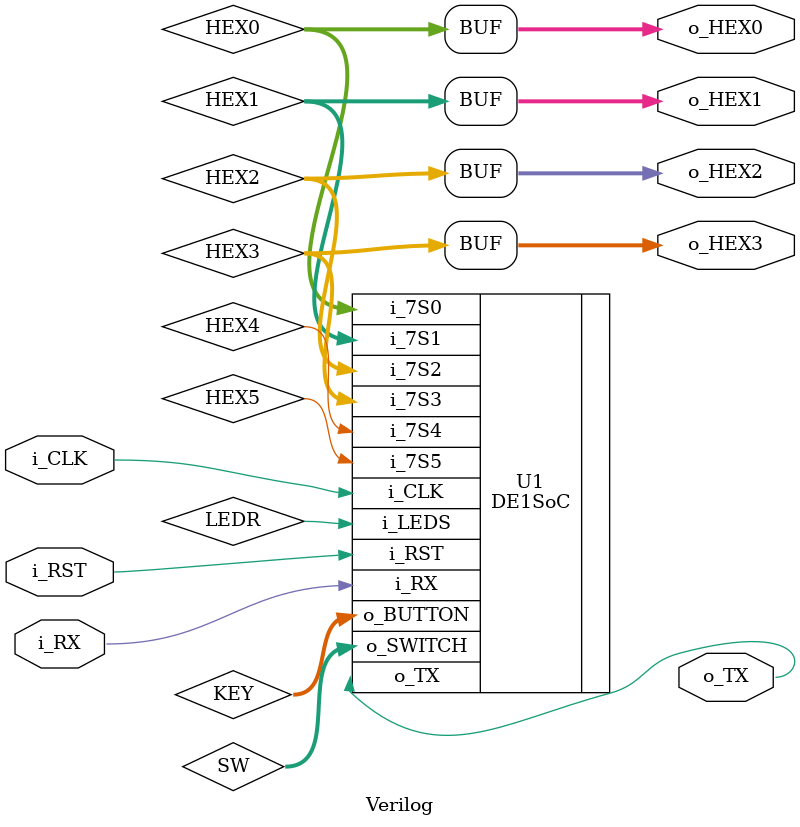
<source format=v>
module Verilog (
    input i_RX,
    input i_CLK,
    input i_RST,
    output o_TX,
    output [6:0] o_HEX3,
    output [6:0] o_HEX2,
    output [6:0] o_HEX1,
    output [6:0] o_HEX0
);

wire [6:0] HEX3;
wire [6:0] HEX2;
wire [6:0] HEX1;
wire [6:0] HEX0;
wire [9:0] SW;
wire [3:0] KEY;

assign o_HEX3 = HEX3;
assign o_HEX2 = HEX2;
assign o_HEX1 = HEX1;
assign o_HEX0 = HEX0;

DE1SoC #(
    .baud(9600),
    .clock(50000000)
) U1 (
    .i_CLK(i_CLK),
    .i_RX(i_RX),
    .i_RST(i_RST),
    .i_LEDS(LEDR),
    .i_7S5(HEX5),
    .i_7S4(HEX4),
    .i_7S3(HEX3),
    .i_7S2(HEX2),
    .i_7S1(HEX1),
    .i_7S0(HEX0),
    .o_SWITCH(SW),
    .o_BUTTON(KEY),
    .o_TX(o_TX)
);

// Implement your logic inside this region


// End of logic implementation region

endmodule
</source>
